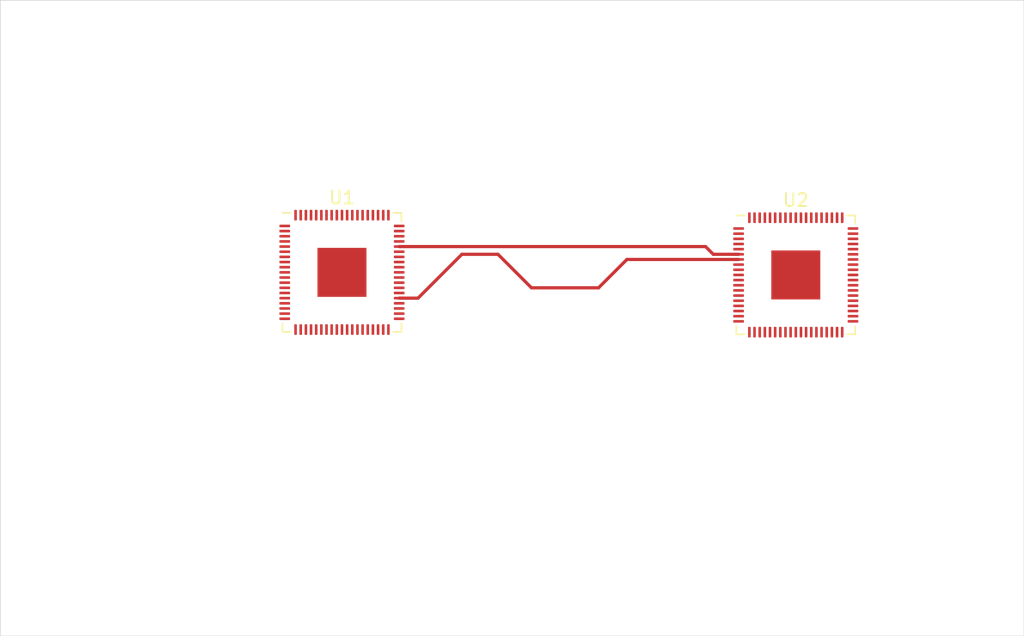
<source format=kicad_pcb>
(kicad_pcb (version 20210606) (generator pcbnew)
  (layers (0 "F.Cu" signal) (31 "B.Cu" signal) (34 "B.Paste" user) (35 "F.Paste" user) (36 "B.SilkS" user "B.Silkscreen") (37 "F.SilkS" user "F.Silkscreen") (38 "B.Mask" user) (39 "F.Mask" user) (44 "Edge.Cuts" user))
  (net 0 "")
  (net 1 "net2")
  (net 2 "net1")
  (footprint "Package_DFN_QFN:QFN-76-1EP_9x9mm_P0.4mm_EP3.8x3.8mm" (layer "F.Cu") (at 123.2 97.6)
    (fp_text reference "U1" (at 0 -5.8) (layer "F.SilkS"))
    (fp_text value "QFN-76-1EP_9x9mm_P0.4mm_EP3.8x3.8mm")
    (fp_line (start -3.96 -4.61) (end -4.61 -4.61) (layer "F.SilkS") (width 0.12))
    (fp_line (start 3.96 -4.61) (end 4.61 -4.61) (layer "F.SilkS") (width 0.12))
    (fp_line (start 4.61 4.61) (end 4.61 3.96) (layer "F.SilkS") (width 0.12))
    (fp_line (start -3.96 4.61) (end -4.61 4.61) (layer "F.SilkS") (width 0.12))
    (fp_line (start -4.61 4.61) (end -4.61 3.96) (layer "F.SilkS") (width 0.12))
    (fp_line (start 4.61 -4.61) (end 4.61 -3.96) (layer "F.SilkS") (width 0.12))
    (fp_line (start 3.96 4.61) (end 4.61 4.61) (layer "F.SilkS") (width 0.12))
    (pad "1" smd roundrect locked (at -4.4375 -3.6) (size 0.825 0.2) (layers "F.Cu" "F.Paste" "F.Mask"))
    (pad "2" smd roundrect locked (at -4.4375 -3.2) (size 0.825 0.2) (layers "F.Cu" "F.Paste" "F.Mask"))
    (pad "3" smd roundrect locked (at -4.4375 -2.8) (size 0.825 0.2) (layers "F.Cu" "F.Paste" "F.Mask"))
    (pad "4" smd roundrect locked (at -4.4375 -2.4) (size 0.825 0.2) (layers "F.Cu" "F.Paste" "F.Mask"))
    (pad "5" smd roundrect locked (at -4.4375 -2) (size 0.825 0.2) (layers "F.Cu" "F.Paste" "F.Mask"))
    (pad "6" smd roundrect locked (at -4.4375 -1.6) (size 0.825 0.2) (layers "F.Cu" "F.Paste" "F.Mask"))
    (pad "7" smd roundrect locked (at -4.4375 -1.2) (size 0.825 0.2) (layers "F.Cu" "F.Paste" "F.Mask"))
    (pad "8" smd roundrect locked (at -4.4375 -0.8) (size 0.825 0.2) (layers "F.Cu" "F.Paste" "F.Mask"))
    (pad "9" smd roundrect locked (at -4.4375 -0.4) (size 0.825 0.2) (layers "F.Cu" "F.Paste" "F.Mask"))
    (pad "10" smd roundrect locked (at -4.4375 0) (size 0.825 0.2) (layers "F.Cu" "F.Paste" "F.Mask"))
    (pad "11" smd roundrect locked (at -4.4375 0.4) (size 0.825 0.2) (layers "F.Cu" "F.Paste" "F.Mask"))
    (pad "12" smd roundrect locked (at -4.4375 0.8) (size 0.825 0.2) (layers "F.Cu" "F.Paste" "F.Mask"))
    (pad "13" smd roundrect locked (at -4.4375 1.2) (size 0.825 0.2) (layers "F.Cu" "F.Paste" "F.Mask"))
    (pad "14" smd roundrect locked (at -4.4375 1.6) (size 0.825 0.2) (layers "F.Cu" "F.Paste" "F.Mask"))
    (pad "15" smd roundrect locked (at -4.4375 2) (size 0.825 0.2) (layers "F.Cu" "F.Paste" "F.Mask"))
    (pad "16" smd roundrect locked (at -4.4375 2.4) (size 0.825 0.2) (layers "F.Cu" "F.Paste" "F.Mask"))
    (pad "17" smd roundrect locked (at -4.4375 2.8) (size 0.825 0.2) (layers "F.Cu" "F.Paste" "F.Mask"))
    (pad "18" smd roundrect locked (at -4.4375 3.2) (size 0.825 0.2) (layers "F.Cu" "F.Paste" "F.Mask"))
    (pad "19" smd roundrect locked (at -4.4375 3.6) (size 0.825 0.2) (layers "F.Cu" "F.Paste" "F.Mask"))
    (pad "20" smd roundrect locked (at -3.6 4.4375) (size 0.2 0.825) (layers "F.Cu" "F.Paste" "F.Mask"))
    (pad "21" smd roundrect locked (at -3.2 4.4375) (size 0.2 0.825) (layers "F.Cu" "F.Paste" "F.Mask"))
    (pad "22" smd roundrect locked (at -2.8 4.4375) (size 0.2 0.825) (layers "F.Cu" "F.Paste" "F.Mask"))
    (pad "23" smd roundrect locked (at -2.4 4.4375) (size 0.2 0.825) (layers "F.Cu" "F.Paste" "F.Mask"))
    (pad "24" smd roundrect locked (at -2 4.4375) (size 0.2 0.825) (layers "F.Cu" "F.Paste" "F.Mask"))
    (pad "25" smd roundrect locked (at -1.6 4.4375) (size 0.2 0.825) (layers "F.Cu" "F.Paste" "F.Mask"))
    (pad "26" smd roundrect locked (at -1.2 4.4375) (size 0.2 0.825) (layers "F.Cu" "F.Paste" "F.Mask"))
    (pad "27" smd roundrect locked (at -0.8 4.4375) (size 0.2 0.825) (layers "F.Cu" "F.Paste" "F.Mask"))
    (pad "28" smd roundrect locked (at -0.4 4.4375) (size 0.2 0.825) (layers "F.Cu" "F.Paste" "F.Mask"))
    (pad "29" smd roundrect locked (at 0 4.4375) (size 0.2 0.825) (layers "F.Cu" "F.Paste" "F.Mask"))
    (pad "30" smd roundrect locked (at 0.4 4.4375) (size 0.2 0.825) (layers "F.Cu" "F.Paste" "F.Mask"))
    (pad "31" smd roundrect locked (at 0.8 4.4375) (size 0.2 0.825) (layers "F.Cu" "F.Paste" "F.Mask"))
    (pad "32" smd roundrect locked (at 1.2 4.4375) (size 0.2 0.825) (layers "F.Cu" "F.Paste" "F.Mask"))
    (pad "33" smd roundrect locked (at 1.6 4.4375) (size 0.2 0.825) (layers "F.Cu" "F.Paste" "F.Mask"))
    (pad "34" smd roundrect locked (at 2 4.4375) (size 0.2 0.825) (layers "F.Cu" "F.Paste" "F.Mask"))
    (pad "35" smd roundrect locked (at 2.4 4.4375) (size 0.2 0.825) (layers "F.Cu" "F.Paste" "F.Mask"))
    (pad "36" smd roundrect locked (at 2.8 4.4375) (size 0.2 0.825) (layers "F.Cu" "F.Paste" "F.Mask"))
    (pad "37" smd roundrect locked (at 3.2 4.4375) (size 0.2 0.825) (layers "F.Cu" "F.Paste" "F.Mask"))
    (pad "38" smd roundrect locked (at 3.6 4.4375) (size 0.2 0.825) (layers "F.Cu" "F.Paste" "F.Mask"))
    (pad "39" smd roundrect locked (at 4.4375 3.6) (size 0.825 0.2) (layers "F.Cu" "F.Paste" "F.Mask"))
    (pad "40" smd roundrect locked (at 4.4375 3.2) (size 0.825 0.2) (layers "F.Cu" "F.Paste" "F.Mask"))
    (pad "41" smd roundrect locked (at 4.4375 2.8) (size 0.825 0.2) (layers "F.Cu" "F.Paste" "F.Mask"))
    (pad "42" smd roundrect locked (at 4.4375 2.4) (size 0.825 0.2) (layers "F.Cu" "F.Paste" "F.Mask"))
    (pad "43" smd roundrect locked (at 4.4375 2) (size 0.825 0.2) (layers "F.Cu" "F.Paste" "F.Mask") (net 1 "net2"))
    (pad "44" smd roundrect locked (at 4.4375 1.6) (size 0.825 0.2) (layers "F.Cu" "F.Paste" "F.Mask"))
    (pad "45" smd roundrect locked (at 4.4375 1.2) (size 0.825 0.2) (layers "F.Cu" "F.Paste" "F.Mask"))
    (pad "46" smd roundrect locked (at 4.4375 0.8) (size 0.825 0.2) (layers "F.Cu" "F.Paste" "F.Mask"))
    (pad "47" smd roundrect locked (at 4.4375 0.4) (size 0.825 0.2) (layers "F.Cu" "F.Paste" "F.Mask"))
    (pad "48" smd roundrect locked (at 4.4375 0) (size 0.825 0.2) (layers "F.Cu" "F.Paste" "F.Mask"))
    (pad "49" smd roundrect locked (at 4.4375 -0.4) (size 0.825 0.2) (layers "F.Cu" "F.Paste" "F.Mask"))
    (pad "50" smd roundrect locked (at 4.4375 -0.8) (size 0.825 0.2) (layers "F.Cu" "F.Paste" "F.Mask"))
    (pad "51" smd roundrect locked (at 4.4375 -1.2) (size 0.825 0.2) (layers "F.Cu" "F.Paste" "F.Mask"))
    (pad "52" smd roundrect locked (at 4.4375 -1.6) (size 0.825 0.2) (layers "F.Cu" "F.Paste" "F.Mask"))
    (pad "53" smd roundrect locked (at 4.4375 -2) (size 0.825 0.2) (layers "F.Cu" "F.Paste" "F.Mask") (net 2 "net1"))
    (pad "54" smd roundrect locked (at 4.4375 -2.4) (size 0.825 0.2) (layers "F.Cu" "F.Paste" "F.Mask"))
    (pad "55" smd roundrect locked (at 4.4375 -2.8) (size 0.825 0.2) (layers "F.Cu" "F.Paste" "F.Mask"))
    (pad "56" smd roundrect locked (at 4.4375 -3.2) (size 0.825 0.2) (layers "F.Cu" "F.Paste" "F.Mask"))
    (pad "57" smd roundrect locked (at 4.4375 -3.6) (size 0.825 0.2) (layers "F.Cu" "F.Paste" "F.Mask"))
    (pad "58" smd roundrect locked (at 3.6 -4.4375) (size 0.2 0.825) (layers "F.Cu" "F.Paste" "F.Mask"))
    (pad "59" smd roundrect locked (at 3.2 -4.4375) (size 0.2 0.825) (layers "F.Cu" "F.Paste" "F.Mask"))
    (pad "60" smd roundrect locked (at 2.8 -4.4375) (size 0.2 0.825) (layers "F.Cu" "F.Paste" "F.Mask"))
    (pad "61" smd roundrect locked (at 2.4 -4.4375) (size 0.2 0.825) (layers "F.Cu" "F.Paste" "F.Mask"))
    (pad "62" smd roundrect locked (at 2 -4.4375) (size 0.2 0.825) (layers "F.Cu" "F.Paste" "F.Mask"))
    (pad "63" smd roundrect locked (at 1.6 -4.4375) (size 0.2 0.825) (layers "F.Cu" "F.Paste" "F.Mask"))
    (pad "64" smd roundrect locked (at 1.2 -4.4375) (size 0.2 0.825) (layers "F.Cu" "F.Paste" "F.Mask"))
    (pad "65" smd roundrect locked (at 0.8 -4.4375) (size 0.2 0.825) (layers "F.Cu" "F.Paste" "F.Mask"))
    (pad "66" smd roundrect locked (at 0.4 -4.4375) (size 0.2 0.825) (layers "F.Cu" "F.Paste" "F.Mask"))
    (pad "67" smd roundrect locked (at 0 -4.4375) (size 0.2 0.825) (layers "F.Cu" "F.Paste" "F.Mask"))
    (pad "68" smd roundrect locked (at -0.4 -4.4375) (size 0.2 0.825) (layers "F.Cu" "F.Paste" "F.Mask"))
    (pad "69" smd roundrect locked (at -0.8 -4.4375) (size 0.2 0.825) (layers "F.Cu" "F.Paste" "F.Mask"))
    (pad "70" smd roundrect locked (at -1.2 -4.4375) (size 0.2 0.825) (layers "F.Cu" "F.Paste" "F.Mask"))
    (pad "71" smd roundrect locked (at -1.6 -4.4375) (size 0.2 0.825) (layers "F.Cu" "F.Paste" "F.Mask"))
    (pad "72" smd roundrect locked (at -2 -4.4375) (size 0.2 0.825) (layers "F.Cu" "F.Paste" "F.Mask"))
    (pad "73" smd roundrect locked (at -2.4 -4.4375) (size 0.2 0.825) (layers "F.Cu" "F.Paste" "F.Mask"))
    (pad "74" smd roundrect locked (at -2.8 -4.4375) (size 0.2 0.825) (layers "F.Cu" "F.Paste" "F.Mask"))
    (pad "75" smd roundrect locked (at -3.2 -4.4375) (size 0.2 0.825) (layers "F.Cu" "F.Paste" "F.Mask"))
    (pad "76" smd roundrect locked (at -3.6 -4.4375) (size 0.2 0.825) (layers "F.Cu" "F.Paste" "F.Mask"))
    (pad "77" smd rect locked (at 0 0) (size 3.8 3.8) (layers "F.Cu" "F.Mask"))
  )
  (footprint "Package_DFN_QFN:QFN-76-1EP_9x9mm_P0.4mm_EP3.8x3.8mm" (layer "F.Cu") (at 158.4 97.8)
    (fp_text reference "U2" (at 0 -5.8) (layer "F.SilkS"))
    (fp_text value "QFN-76-1EP_9x9mm_P0.4mm_EP3.8x3.8mm")
    (fp_line (start -3.96 -4.61) (end -4.61 -4.61) (layer "F.SilkS") (width 0.12))
    (fp_line (start 3.96 -4.61) (end 4.61 -4.61) (layer "F.SilkS") (width 0.12))
    (fp_line (start 4.61 4.61) (end 4.61 3.96) (layer "F.SilkS") (width 0.12))
    (fp_line (start -3.96 4.61) (end -4.61 4.61) (layer "F.SilkS") (width 0.12))
    (fp_line (start -4.61 4.61) (end -4.61 3.96) (layer "F.SilkS") (width 0.12))
    (fp_line (start 4.61 -4.61) (end 4.61 -3.96) (layer "F.SilkS") (width 0.12))
    (fp_line (start 3.96 4.61) (end 4.61 4.61) (layer "F.SilkS") (width 0.12))
    (pad "1" smd roundrect locked (at -4.4375 -3.6) (size 0.825 0.2) (layers "F.Cu" "F.Paste" "F.Mask"))
    (pad "2" smd roundrect locked (at -4.4375 -3.2) (size 0.825 0.2) (layers "F.Cu" "F.Paste" "F.Mask"))
    (pad "3" smd roundrect locked (at -4.4375 -2.8) (size 0.825 0.2) (layers "F.Cu" "F.Paste" "F.Mask"))
    (pad "4" smd roundrect locked (at -4.4375 -2.4) (size 0.825 0.2) (layers "F.Cu" "F.Paste" "F.Mask"))
    (pad "5" smd roundrect locked (at -4.4375 -2) (size 0.825 0.2) (layers "F.Cu" "F.Paste" "F.Mask"))
    (pad "6" smd roundrect locked (at -4.4375 -1.6) (size 0.825 0.2) (layers "F.Cu" "F.Paste" "F.Mask") (net 2 "net1"))
    (pad "7" smd roundrect locked (at -4.4375 -1.2) (size 0.825 0.2) (layers "F.Cu" "F.Paste" "F.Mask") (net 1 "net2"))
    (pad "8" smd roundrect locked (at -4.4375 -0.8) (size 0.825 0.2) (layers "F.Cu" "F.Paste" "F.Mask"))
    (pad "9" smd roundrect locked (at -4.4375 -0.4) (size 0.825 0.2) (layers "F.Cu" "F.Paste" "F.Mask"))
    (pad "10" smd roundrect locked (at -4.4375 0) (size 0.825 0.2) (layers "F.Cu" "F.Paste" "F.Mask"))
    (pad "11" smd roundrect locked (at -4.4375 0.4) (size 0.825 0.2) (layers "F.Cu" "F.Paste" "F.Mask"))
    (pad "12" smd roundrect locked (at -4.4375 0.8) (size 0.825 0.2) (layers "F.Cu" "F.Paste" "F.Mask"))
    (pad "13" smd roundrect locked (at -4.4375 1.2) (size 0.825 0.2) (layers "F.Cu" "F.Paste" "F.Mask"))
    (pad "14" smd roundrect locked (at -4.4375 1.6) (size 0.825 0.2) (layers "F.Cu" "F.Paste" "F.Mask"))
    (pad "15" smd roundrect locked (at -4.4375 2) (size 0.825 0.2) (layers "F.Cu" "F.Paste" "F.Mask"))
    (pad "16" smd roundrect locked (at -4.4375 2.4) (size 0.825 0.2) (layers "F.Cu" "F.Paste" "F.Mask"))
    (pad "17" smd roundrect locked (at -4.4375 2.8) (size 0.825 0.2) (layers "F.Cu" "F.Paste" "F.Mask"))
    (pad "18" smd roundrect locked (at -4.4375 3.2) (size 0.825 0.2) (layers "F.Cu" "F.Paste" "F.Mask"))
    (pad "19" smd roundrect locked (at -4.4375 3.6) (size 0.825 0.2) (layers "F.Cu" "F.Paste" "F.Mask"))
    (pad "20" smd roundrect locked (at -3.6 4.4375) (size 0.2 0.825) (layers "F.Cu" "F.Paste" "F.Mask"))
    (pad "21" smd roundrect locked (at -3.2 4.4375) (size 0.2 0.825) (layers "F.Cu" "F.Paste" "F.Mask"))
    (pad "22" smd roundrect locked (at -2.8 4.4375) (size 0.2 0.825) (layers "F.Cu" "F.Paste" "F.Mask"))
    (pad "23" smd roundrect locked (at -2.4 4.4375) (size 0.2 0.825) (layers "F.Cu" "F.Paste" "F.Mask"))
    (pad "24" smd roundrect locked (at -2 4.4375) (size 0.2 0.825) (layers "F.Cu" "F.Paste" "F.Mask"))
    (pad "25" smd roundrect locked (at -1.6 4.4375) (size 0.2 0.825) (layers "F.Cu" "F.Paste" "F.Mask"))
    (pad "26" smd roundrect locked (at -1.2 4.4375) (size 0.2 0.825) (layers "F.Cu" "F.Paste" "F.Mask"))
    (pad "27" smd roundrect locked (at -0.8 4.4375) (size 0.2 0.825) (layers "F.Cu" "F.Paste" "F.Mask"))
    (pad "28" smd roundrect locked (at -0.4 4.4375) (size 0.2 0.825) (layers "F.Cu" "F.Paste" "F.Mask"))
    (pad "29" smd roundrect locked (at 0 4.4375) (size 0.2 0.825) (layers "F.Cu" "F.Paste" "F.Mask"))
    (pad "30" smd roundrect locked (at 0.4 4.4375) (size 0.2 0.825) (layers "F.Cu" "F.Paste" "F.Mask"))
    (pad "31" smd roundrect locked (at 0.8 4.4375) (size 0.2 0.825) (layers "F.Cu" "F.Paste" "F.Mask"))
    (pad "32" smd roundrect locked (at 1.2 4.4375) (size 0.2 0.825) (layers "F.Cu" "F.Paste" "F.Mask"))
    (pad "33" smd roundrect locked (at 1.6 4.4375) (size 0.2 0.825) (layers "F.Cu" "F.Paste" "F.Mask"))
    (pad "34" smd roundrect locked (at 2 4.4375) (size 0.2 0.825) (layers "F.Cu" "F.Paste" "F.Mask"))
    (pad "35" smd roundrect locked (at 2.4 4.4375) (size 0.2 0.825) (layers "F.Cu" "F.Paste" "F.Mask"))
    (pad "36" smd roundrect locked (at 2.8 4.4375) (size 0.2 0.825) (layers "F.Cu" "F.Paste" "F.Mask"))
    (pad "37" smd roundrect locked (at 3.2 4.4375) (size 0.2 0.825) (layers "F.Cu" "F.Paste" "F.Mask"))
    (pad "38" smd roundrect locked (at 3.6 4.4375) (size 0.2 0.825) (layers "F.Cu" "F.Paste" "F.Mask"))
    (pad "39" smd roundrect locked (at 4.4375 3.6) (size 0.825 0.2) (layers "F.Cu" "F.Paste" "F.Mask"))
    (pad "40" smd roundrect locked (at 4.4375 3.2) (size 0.825 0.2) (layers "F.Cu" "F.Paste" "F.Mask"))
    (pad "41" smd roundrect locked (at 4.4375 2.8) (size 0.825 0.2) (layers "F.Cu" "F.Paste" "F.Mask"))
    (pad "42" smd roundrect locked (at 4.4375 2.4) (size 0.825 0.2) (layers "F.Cu" "F.Paste" "F.Mask"))
    (pad "43" smd roundrect locked (at 4.4375 2) (size 0.825 0.2) (layers "F.Cu" "F.Paste" "F.Mask"))
    (pad "44" smd roundrect locked (at 4.4375 1.6) (size 0.825 0.2) (layers "F.Cu" "F.Paste" "F.Mask"))
    (pad "45" smd roundrect locked (at 4.4375 1.2) (size 0.825 0.2) (layers "F.Cu" "F.Paste" "F.Mask"))
    (pad "46" smd roundrect locked (at 4.4375 0.8) (size 0.825 0.2) (layers "F.Cu" "F.Paste" "F.Mask"))
    (pad "47" smd roundrect locked (at 4.4375 0.4) (size 0.825 0.2) (layers "F.Cu" "F.Paste" "F.Mask"))
    (pad "48" smd roundrect locked (at 4.4375 0) (size 0.825 0.2) (layers "F.Cu" "F.Paste" "F.Mask"))
    (pad "49" smd roundrect locked (at 4.4375 -0.4) (size 0.825 0.2) (layers "F.Cu" "F.Paste" "F.Mask"))
    (pad "50" smd roundrect locked (at 4.4375 -0.8) (size 0.825 0.2) (layers "F.Cu" "F.Paste" "F.Mask"))
    (pad "51" smd roundrect locked (at 4.4375 -1.2) (size 0.825 0.2) (layers "F.Cu" "F.Paste" "F.Mask"))
    (pad "52" smd roundrect locked (at 4.4375 -1.6) (size 0.825 0.2) (layers "F.Cu" "F.Paste" "F.Mask"))
    (pad "53" smd roundrect locked (at 4.4375 -2) (size 0.825 0.2) (layers "F.Cu" "F.Paste" "F.Mask"))
    (pad "54" smd roundrect locked (at 4.4375 -2.4) (size 0.825 0.2) (layers "F.Cu" "F.Paste" "F.Mask"))
    (pad "55" smd roundrect locked (at 4.4375 -2.8) (size 0.825 0.2) (layers "F.Cu" "F.Paste" "F.Mask"))
    (pad "56" smd roundrect locked (at 4.4375 -3.2) (size 0.825 0.2) (layers "F.Cu" "F.Paste" "F.Mask"))
    (pad "57" smd roundrect locked (at 4.4375 -3.6) (size 0.825 0.2) (layers "F.Cu" "F.Paste" "F.Mask"))
    (pad "58" smd roundrect locked (at 3.6 -4.4375) (size 0.2 0.825) (layers "F.Cu" "F.Paste" "F.Mask"))
    (pad "59" smd roundrect locked (at 3.2 -4.4375) (size 0.2 0.825) (layers "F.Cu" "F.Paste" "F.Mask"))
    (pad "60" smd roundrect locked (at 2.8 -4.4375) (size 0.2 0.825) (layers "F.Cu" "F.Paste" "F.Mask"))
    (pad "61" smd roundrect locked (at 2.4 -4.4375) (size 0.2 0.825) (layers "F.Cu" "F.Paste" "F.Mask"))
    (pad "62" smd roundrect locked (at 2 -4.4375) (size 0.2 0.825) (layers "F.Cu" "F.Paste" "F.Mask"))
    (pad "63" smd roundrect locked (at 1.6 -4.4375) (size 0.2 0.825) (layers "F.Cu" "F.Paste" "F.Mask"))
    (pad "64" smd roundrect locked (at 1.2 -4.4375) (size 0.2 0.825) (layers "F.Cu" "F.Paste" "F.Mask"))
    (pad "65" smd roundrect locked (at 0.8 -4.4375) (size 0.2 0.825) (layers "F.Cu" "F.Paste" "F.Mask"))
    (pad "66" smd roundrect locked (at 0.4 -4.4375) (size 0.2 0.825) (layers "F.Cu" "F.Paste" "F.Mask"))
    (pad "67" smd roundrect locked (at 0 -4.4375) (size 0.2 0.825) (layers "F.Cu" "F.Paste" "F.Mask"))
    (pad "68" smd roundrect locked (at -0.4 -4.4375) (size 0.2 0.825) (layers "F.Cu" "F.Paste" "F.Mask"))
    (pad "69" smd roundrect locked (at -0.8 -4.4375) (size 0.2 0.825) (layers "F.Cu" "F.Paste" "F.Mask"))
    (pad "70" smd roundrect locked (at -1.2 -4.4375) (size 0.2 0.825) (layers "F.Cu" "F.Paste" "F.Mask"))
    (pad "71" smd roundrect locked (at -1.6 -4.4375) (size 0.2 0.825) (layers "F.Cu" "F.Paste" "F.Mask"))
    (pad "72" smd roundrect locked (at -2 -4.4375) (size 0.2 0.825) (layers "F.Cu" "F.Paste" "F.Mask"))
    (pad "73" smd roundrect locked (at -2.4 -4.4375) (size 0.2 0.825) (layers "F.Cu" "F.Paste" "F.Mask"))
    (pad "74" smd roundrect locked (at -2.8 -4.4375) (size 0.2 0.825) (layers "F.Cu" "F.Paste" "F.Mask"))
    (pad "75" smd roundrect locked (at -3.2 -4.4375) (size 0.2 0.825) (layers "F.Cu" "F.Paste" "F.Mask"))
    (pad "76" smd roundrect locked (at -3.6 -4.4375) (size 0.2 0.825) (layers "F.Cu" "F.Paste" "F.Mask"))
    (pad "77" smd rect locked (at 0 0) (size 3.8 3.8) (layers "F.Cu" "F.Mask"))
  )
  (gr_rect (start 96.7 76.5) (end 176.1 125.8) (layer "Edge.Cuts") (width 0.05) (fill none))
  (segment (start 143.1 98.8) (end 137.9 98.8) (width 0.25) (layer "F.Cu") (net 1))
  (segment (start 153.9625 96.6) (end 145.3 96.6) (width 0.25) (layer "F.Cu") (net 1))
  (segment (start 135.3 96.2) (end 132.5 96.2) (width 0.25) (layer "F.Cu") (net 1))
  (segment (start 129.1 99.6) (end 127.6375 99.6) (width 0.25) (layer "F.Cu") (net 1))
  (segment (start 137.9 98.8) (end 135.3 96.2) (width 0.25) (layer "F.Cu") (net 1))
  (segment (start 132.5 96.2) (end 129.1 99.6) (width 0.25) (layer "F.Cu") (net 1))
  (segment (start 145.3 96.6) (end 143.1 98.8) (width 0.25) (layer "F.Cu") (net 1))
  (segment (start 151.4 95.6) (end 152 96.2) (width 0.25) (layer "F.Cu") (net 2))
  (segment (start 152 96.2) (end 153.9625 96.2) (width 0.25) (layer "F.Cu") (net 2))
  (segment (start 127.6375 95.6) (end 151.4 95.6) (width 0.25) (layer "F.Cu") (net 2))
)
</source>
